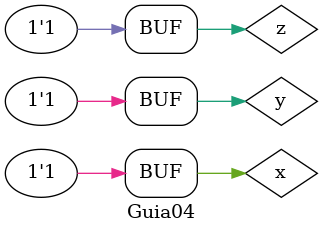
<source format=v>
module fxy (output s,
input x, y);
assign s = ~x & y | x & ~y;
endmodule // fxy

module SoP (output s,
input x, y);
// mintermos
assign s = ~x & y // 1
| x & ~y; // 2
endmodule // SoP


module PoS (output S,
input X, Y);
// MAXTERMOS
assign S = ( X | Y ) // 0
& ( X | ~Y ); // 3
endmodule // PoS


module fxyz (output s1,input x, y, z);
assign s1 = x & (~y | z);
endmodule // fxyz

module Guia04;
    reg x, y, z;
    wire s1, s2, s3;
// instancias
    fxyz FXYZ1(s1, x, y, z);
    SoP SOP1 (s2, x, y);
    PoS POS1 (s3, x, y);


initial begin : inicial
x = 1'bx;y = 1'bx;z = 1'bx;
end

initial begin: main
// Identificar
$display("Guilherme Gomes de Brites - 808721");
$display("Expressao: x . ( y+z' )'");
$display(" x  y  z | x . ( y+z' )'");
$monitor("%2b %2b %2b | %2b", x, y, z, s1);

#1 x = 0; y = 0; z = 0;
#1 x = 0; y = 0; z = 1;
#1 x = 0; y = 1; z = 0;
#1 x = 0; y = 1; z = 1;
#1 x = 1; y = 0; z = 0;
#1 x = 1; y = 0; z = 1;
#1 x = 1; y = 1; z = 0;
#1 x = 1; y = 1; z = 1;

end
endmodule 
</source>
